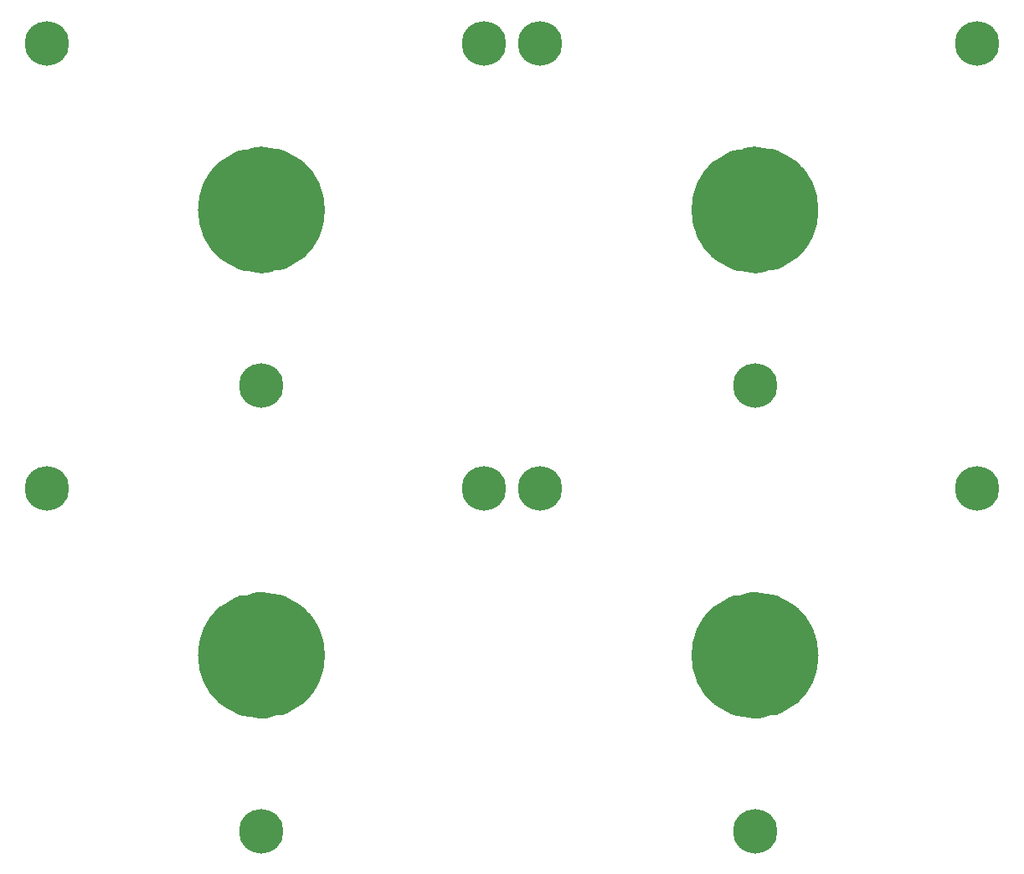
<source format=gts>
%TF.GenerationSoftware,KiCad,Pcbnew,6.0.2+dfsg-1*%
%TF.CreationDate,2023-03-24T00:20:45+09:00*%
%TF.ProjectId,pcb-panel,7063622d-7061-46e6-956c-2e6b69636164,rev?*%
%TF.SameCoordinates,Original*%
%TF.FileFunction,Soldermask,Top*%
%TF.FilePolarity,Negative*%
%FSLAX46Y46*%
G04 Gerber Fmt 4.6, Leading zero omitted, Abs format (unit mm)*
G04 Created by KiCad (PCBNEW 6.0.2+dfsg-1) date 2023-03-24 00:20:45*
%MOMM*%
%LPD*%
G01*
G04 APERTURE LIST*
%ADD10C,6.400000*%
%ADD11C,0.802000*%
%ADD12C,4.502000*%
G04 APERTURE END LIST*
D10*
X140106000Y-120015000D02*
G75*
G03*
X140106000Y-120015000I-3200000J0D01*
G01*
X90195000Y-74930000D02*
G75*
G03*
X90195000Y-74930000I-3200000J0D01*
G01*
X140106000Y-74930000D02*
G75*
G03*
X140106000Y-74930000I-3200000J0D01*
G01*
X90195000Y-120015000D02*
G75*
G03*
X90195000Y-120015000I-3200000J0D01*
G01*
X140106000Y-120015000D02*
G75*
G03*
X140106000Y-120015000I-3200000J0D01*
G01*
X90195000Y-74930000D02*
G75*
G03*
X90195000Y-74930000I-3200000J0D01*
G01*
X140106000Y-74930000D02*
G75*
G03*
X140106000Y-74930000I-3200000J0D01*
G01*
X90195000Y-120015000D02*
G75*
G03*
X90195000Y-120015000I-3200000J0D01*
G01*
D11*
X64111274Y-59205726D03*
X66928000Y-58039000D03*
X64111274Y-56872274D03*
X63628000Y-58039000D03*
X66444726Y-56872274D03*
D12*
X65278000Y-58039000D03*
D11*
X65278000Y-59689000D03*
X65278000Y-56389000D03*
X66444726Y-59205726D03*
D12*
X86995000Y-92710000D03*
D11*
X88645000Y-92710000D03*
X88161726Y-93876726D03*
X88161726Y-91543274D03*
X85828274Y-93876726D03*
X85345000Y-92710000D03*
X86995000Y-91060000D03*
X85828274Y-91543274D03*
X86995000Y-94360000D03*
X108307274Y-59205726D03*
X111124000Y-58039000D03*
X109474000Y-56389000D03*
X107824000Y-58039000D03*
X110640726Y-59205726D03*
X110640726Y-56872274D03*
X108307274Y-56872274D03*
D12*
X109474000Y-58039000D03*
D11*
X109474000Y-59689000D03*
X157735000Y-103124000D03*
X158218274Y-101957274D03*
X159385000Y-101474000D03*
X160551726Y-104290726D03*
X159385000Y-104774000D03*
X161035000Y-103124000D03*
D12*
X159385000Y-103124000D03*
D11*
X158218274Y-104290726D03*
X160551726Y-101957274D03*
X158218274Y-59205726D03*
D12*
X159385000Y-58039000D03*
D11*
X157735000Y-58039000D03*
X159385000Y-56389000D03*
X161035000Y-58039000D03*
X160551726Y-59205726D03*
X160551726Y-56872274D03*
X158218274Y-56872274D03*
X159385000Y-59689000D03*
X114022274Y-59205726D03*
X115189000Y-56389000D03*
X115189000Y-59689000D03*
X116355726Y-56872274D03*
X116355726Y-59205726D03*
X114022274Y-56872274D03*
X113539000Y-58039000D03*
X116839000Y-58039000D03*
D12*
X115189000Y-58039000D03*
D11*
X66444726Y-104290726D03*
D12*
X65278000Y-103124000D03*
D11*
X66444726Y-101957274D03*
X65278000Y-104774000D03*
X65278000Y-101474000D03*
X63628000Y-103124000D03*
X64111274Y-104290726D03*
X64111274Y-101957274D03*
X66928000Y-103124000D03*
D12*
X136906000Y-137795000D03*
D11*
X136906000Y-139445000D03*
X138556000Y-137795000D03*
X135739274Y-138961726D03*
X136906000Y-136145000D03*
X135256000Y-137795000D03*
X138072726Y-138961726D03*
X138072726Y-136628274D03*
X135739274Y-136628274D03*
X115189000Y-104774000D03*
X116839000Y-103124000D03*
X115189000Y-101474000D03*
X116355726Y-104290726D03*
D12*
X115189000Y-103124000D03*
D11*
X116355726Y-101957274D03*
X113539000Y-103124000D03*
X114022274Y-101957274D03*
X114022274Y-104290726D03*
X109474000Y-104774000D03*
X110640726Y-101957274D03*
X110640726Y-104290726D03*
D12*
X109474000Y-103124000D03*
D11*
X108307274Y-104290726D03*
X111124000Y-103124000D03*
X107824000Y-103124000D03*
X108307274Y-101957274D03*
X109474000Y-101474000D03*
X85345000Y-137795000D03*
X88161726Y-136628274D03*
D12*
X86995000Y-137795000D03*
D11*
X88161726Y-138961726D03*
X85828274Y-138961726D03*
X88645000Y-137795000D03*
X86995000Y-136145000D03*
X86995000Y-139445000D03*
X85828274Y-136628274D03*
X138072726Y-91543274D03*
X136906000Y-91060000D03*
X138556000Y-92710000D03*
D12*
X136906000Y-92710000D03*
D11*
X136906000Y-94360000D03*
X138072726Y-93876726D03*
X135256000Y-92710000D03*
X135739274Y-91543274D03*
X135739274Y-93876726D03*
M02*

</source>
